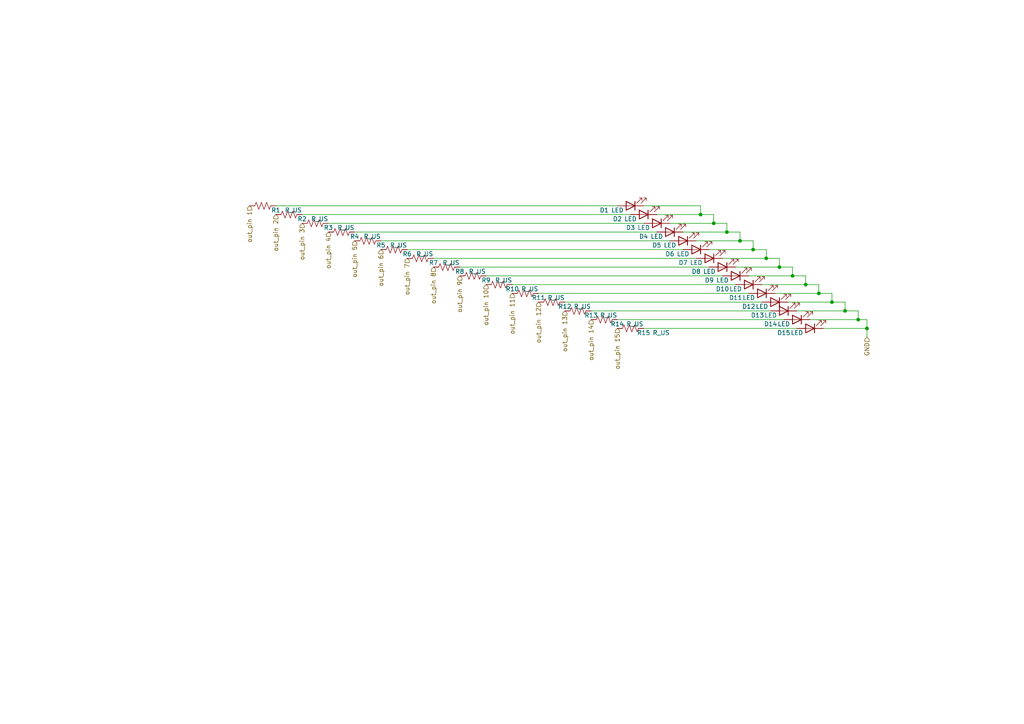
<source format=kicad_sch>
(kicad_sch (version 20230121) (generator eeschema)
  (paper "A4")
  (lib_symbols
    (symbol "Device:LED" (pin_numbers hide) (pin_names (offset 1.016) hide)
      (property "Reference" "D" (at 0 2.54 0))
      (property "Value" "LED" (at 0 -2.54 0))
      (symbol "LED_0_1"
        (polyline (pts (xy -1.27 -1.27) (xy -1.27 1.27)) (stroke (width 0.254)))
        (polyline (pts (xy -1.27 0) (xy 1.27 0)))
        (polyline (pts (xy 1.27 -1.27) (xy 1.27 1.27) (xy -1.27 0) (xy 1.27 -1.27)) (stroke (width 0.254)))
        (polyline (pts (xy -3.048 -0.762) (xy -4.572 -2.286) (xy -3.81 -2.286) (xy -4.572 -2.286) (xy -4.572 -1.524)))
        (polyline (pts (xy -1.778 -0.762) (xy -3.302 -2.286) (xy -2.54 -2.286) (xy -3.302 -2.286) (xy -3.302 -1.524)))
      )
      (symbol "LED_1_1"
        (pin passive line (at -3.81 0 0) (length 2.54) (name "K") (number "1"))
        (pin passive line (at 3.81 0 180) (length 2.54) (name "A") (number "2"))
      )
    )
    (symbol "Device:R_US" (pin_numbers hide) (pin_names (offset 0))
      (property "Reference" "R" (at 2.54 0 90))
      (property "Value" "R_US" (at -2.54 0 90))
      (symbol "R_US_0_1"
        (polyline (pts (xy 0 -2.286) (xy 0 -2.54)))
        (polyline (pts (xy 0 2.286) (xy 0 2.54)))
        (polyline (pts (xy 0 -0.762) (xy 1.016 -1.143) (xy 0 -1.524) (xy -1.016 -1.905) (xy 0 -2.286)))
        (polyline (pts (xy 0 0.762) (xy 1.016 0.381) (xy 0 0) (xy -1.016 -0.381) (xy 0 -0.762)))
        (polyline (pts (xy 0 2.286) (xy 1.016 1.905) (xy 0 1.524) (xy -1.016 1.143) (xy 0 0.762)))
      )
      (symbol "R_US_1_1"
        (pin passive line (at 0 3.81 270) (length 1.27) (name "~") (number "1"))
        (pin passive line (at 0 -3.81 90) (length 1.27) (name "~") (number "2"))
      )
    )
  )
  (junction (at 207.01 64.77))
  (junction (at 245.11 90.17))
  (junction (at 218.44 72.39))
  (junction (at 214.63 69.85))
  (junction (at 226.06 77.47))
  (junction (at 241.3 87.63))
  (junction (at 210.82 67.31))
  (junction (at 237.49 85.09))
  (junction (at 222.25 74.93))
  (junction (at 229.87 80.01))
  (junction (at 203.2 62.23))
  (junction (at 251.46 95.25))
  (junction (at 248.92 92.71))
  (junction (at 233.68 82.55))
  (wire (pts (xy 222.25 72.39) (xy 218.44 72.39)))
  (wire (pts (xy 95.25 64.77) (xy 186.69 64.77)))
  (wire (pts (xy 226.06 74.93) (xy 226.06 77.47)))
  (wire (pts (xy 248.92 90.17) (xy 245.11 90.17)))
  (wire (pts (xy 245.11 87.63) (xy 245.11 90.17)))
  (wire (pts (xy 87.63 62.23) (xy 182.88 62.23)))
  (wire (pts (xy 190.5 62.23) (xy 203.2 62.23)))
  (wire (pts (xy 148.59 82.55) (xy 213.36 82.55)))
  (wire (pts (xy 186.69 59.69) (xy 203.2 59.69)))
  (wire (pts (xy 207.01 62.23) (xy 207.01 64.77)))
  (wire (pts (xy 194.31 64.77) (xy 207.01 64.77)))
  (wire (pts (xy 220.98 82.55) (xy 233.68 82.55)))
  (wire (pts (xy 222.25 72.39) (xy 222.25 74.93)))
  (wire (pts (xy 241.3 85.09) (xy 241.3 87.63)))
  (wire (pts (xy 233.68 82.55) (xy 237.49 82.55)))
  (wire (pts (xy 228.6 87.63) (xy 241.3 87.63)))
  (wire (pts (xy 231.14 90.17) (xy 245.11 90.17)))
  (wire (pts (xy 238.76 95.25) (xy 251.46 95.25)))
  (wire (pts (xy 217.17 80.01) (xy 229.87 80.01)))
  (wire (pts (xy 218.44 69.85) (xy 214.63 69.85)))
  (wire (pts (xy 237.49 82.55) (xy 237.49 85.09)))
  (wire (pts (xy 207.01 62.23) (xy 203.2 62.23)))
  (wire (pts (xy 205.74 72.39) (xy 218.44 72.39)))
  (wire (pts (xy 125.73 74.93) (xy 201.93 74.93)))
  (wire (pts (xy 179.07 92.71) (xy 227.33 92.71)))
  (wire (pts (xy 140.97 80.01) (xy 209.55 80.01)))
  (wire (pts (xy 251.46 95.25) (xy 251.46 97.79)))
  (wire (pts (xy 233.68 80.01) (xy 229.87 80.01)))
  (wire (pts (xy 210.82 64.77) (xy 207.01 64.77)))
  (wire (pts (xy 218.44 69.85) (xy 218.44 72.39)))
  (wire (pts (xy 80.01 59.69) (xy 179.07 59.69)))
  (wire (pts (xy 245.11 87.63) (xy 241.3 87.63)))
  (wire (pts (xy 118.11 72.39) (xy 198.12 72.39)))
  (wire (pts (xy 214.63 67.31) (xy 214.63 69.85)))
  (wire (pts (xy 201.93 69.85) (xy 214.63 69.85)))
  (wire (pts (xy 234.95 92.71) (xy 248.92 92.71)))
  (wire (pts (xy 163.83 87.63) (xy 220.98 87.63)))
  (wire (pts (xy 241.3 85.09) (xy 237.49 85.09)))
  (wire (pts (xy 248.92 90.17) (xy 248.92 92.71)))
  (wire (pts (xy 251.46 92.71) (xy 248.92 92.71)))
  (wire (pts (xy 110.49 69.85) (xy 194.31 69.85)))
  (wire (pts (xy 224.79 85.09) (xy 237.49 85.09)))
  (wire (pts (xy 214.63 67.31) (xy 210.82 67.31)))
  (wire (pts (xy 186.69 95.25) (xy 231.14 95.25)))
  (wire (pts (xy 156.21 85.09) (xy 217.17 85.09)))
  (wire (pts (xy 209.55 74.93) (xy 222.25 74.93)))
  (wire (pts (xy 133.35 77.47) (xy 205.74 77.47)))
  (wire (pts (xy 233.68 80.01) (xy 233.68 82.55)))
  (wire (pts (xy 213.36 77.47) (xy 226.06 77.47)))
  (wire (pts (xy 229.87 77.47) (xy 226.06 77.47)))
  (wire (pts (xy 198.12 67.31) (xy 210.82 67.31)))
  (wire (pts (xy 251.46 92.71) (xy 251.46 95.25)))
  (wire (pts (xy 229.87 77.47) (xy 229.87 80.01)))
  (wire (pts (xy 171.45 90.17) (xy 223.52 90.17)))
  (wire (pts (xy 210.82 64.77) (xy 210.82 67.31)))
  (wire (pts (xy 102.87 67.31) (xy 190.5 67.31)))
  (wire (pts (xy 203.2 59.69) (xy 203.2 62.23)))
  (wire (pts (xy 226.06 74.93) (xy 222.25 74.93)))
  (hierarchical_label "out_pin 9" (shape input) (at 133.35 80.01 270))
  (hierarchical_label "out_pin 10" (shape input) (at 140.97 82.55 270))
  (hierarchical_label "out_pin 6" (shape input) (at 110.49 72.39 270))
  (hierarchical_label "GND" (shape input) (at 251.46 97.79 270))
  (hierarchical_label "out_pin 8" (shape input) (at 125.73 77.47 270))
  (hierarchical_label "out_pin 5" (shape input) (at 102.87 69.85 270))
  (hierarchical_label "out_pin 11" (shape input) (at 148.59 85.09 270))
  (hierarchical_label "out_pin 4" (shape input) (at 95.25 67.31 270))
  (hierarchical_label "out_pin 12" (shape input) (at 156.21 87.63 270))
  (hierarchical_label "out_pin 7" (shape input) (at 118.11 74.93 270))
  (hierarchical_label "out_pin 15" (shape input) (at 179.07 95.25 270))
  (hierarchical_label "out_pin 3" (shape input) (at 87.63 64.77 270))
  (hierarchical_label "out_pin 13" (shape input) (at 163.83 90.17 270))
  (hierarchical_label "out_pin 2" (shape input) (at 80.01 62.23 270))
  (hierarchical_label "out_pin 14" (shape input) (at 171.45 92.71 270))
  (hierarchical_label "out_pin 1" (shape input) (at 72.39 59.69 270))
  (symbol (lib_id "Device:LED") (at 201.93 72.39 180) (unit 1)
    (property "Reference" "D6" (at 194.31 73.66 0))
    (property "Value" "LED" (at 198.12 73.66 0))
    (property "Footprint" "LED_THT:LED_D3.0mm" (effects hide))
  )
  (symbol (lib_id "Device:R_US") (at 121.92 74.93 90) (unit 1)
    (property "Reference" "R7" (at 125.73 76.2 90))
    (property "Value" "R_US" (at 130.81 76.2 90))
    (property "Footprint" "Resistor_THT:R_Axial_DIN0207_L6.3mm_D2.5mm_P10.16mm_Horizontal" (effects hide))
    (instances (project "4-bit-array-decoder" (path "" (reference "R7") (unit 1))) (project "ROSE-PILK_v1" (path "" (reference "R19") (unit 1))))
  )
  (symbol (lib_id "Device:LED") (at 213.36 80.01 180) (unit 1)
    (property "Reference" "D9" (at 205.74 81.28 0))
    (property "Value" "LED" (at 209.55 81.28 0))
    (property "Footprint" "LED_THT:LED_D3.0mm" (effects hide))
  )
  (symbol (lib_id "Device:R_US") (at 91.44 64.77 90) (unit 1)
    (property "Reference" "R3" (at 95.25 66.04 90))
    (property "Value" "R_US" (at 100.33 66.04 90))
    (property "Footprint" "Resistor_THT:R_Axial_DIN0207_L6.3mm_D2.5mm_P10.16mm_Horizontal" (effects hide))
    (instances (project "4-bit-array-decoder" (path "" (reference "R3") (unit 1))) (project "ROSE-PILK_v1" (path "" (reference "R15") (unit 1))))
  )
  (symbol (lib_id "Device:R_US") (at 106.68 69.85 90) (unit 1)
    (property "Reference" "R5" (at 110.49 71.12 90))
    (property "Value" "R_US" (at 115.57 71.12 90))
    (property "Footprint" "Resistor_THT:R_Axial_DIN0207_L6.3mm_D2.5mm_P10.16mm_Horizontal" (effects hide))
    (instances (project "4-bit-array-decoder" (path "" (reference "R5") (unit 1))) (project "ROSE-PILK_v1" (path "" (reference "R17") (unit 1))))
  )
  (symbol (lib_id "Device:R_US") (at 129.54 77.47 90) (unit 1)
    (property "Reference" "R8" (at 133.35 78.74 90))
    (property "Value" "R_US" (at 138.43 78.74 90))
    (property "Footprint" "Resistor_THT:R_Axial_DIN0207_L6.3mm_D2.5mm_P10.16mm_Horizontal" (effects hide))
    (instances (project "4-bit-array-decoder" (path "" (reference "R8") (unit 1))) (project "ROSE-PILK_v1" (path "" (reference "R20") (unit 1))))
  )
  (symbol (lib_id "Device:LED") (at 205.74 74.93 180) (unit 1)
    (property "Reference" "D7" (at 198.12 76.2 0))
    (property "Value" "LED" (at 201.93 76.2 0))
    (property "Footprint" "LED_THT:LED_D3.0mm" (effects hide))
  )
  (symbol (lib_id "Device:R_US") (at 175.26 92.71 90) (unit 1)
    (property "Reference" "R14" (at 179.07 93.98 90))
    (property "Value" "R_US" (at 184.15 93.98 90))
    (property "Footprint" "Resistor_THT:R_Axial_DIN0207_L6.3mm_D2.5mm_P10.16mm_Horizontal" (effects hide))
    (instances (project "4-bit-array-decoder" (path "" (reference "R14") (unit 1))) (project "ROSE-PILK_v1" (path "" (reference "R26") (unit 1))))
  )
  (symbol (lib_id "Device:R_US") (at 137.16 80.01 90) (unit 1)
    (property "Reference" "R9" (at 140.97 81.28 90))
    (property "Value" "R_US" (at 146.05 81.28 90))
    (property "Footprint" "Resistor_THT:R_Axial_DIN0207_L6.3mm_D2.5mm_P10.16mm_Horizontal" (effects hide))
    (instances (project "4-bit-array-decoder" (path "" (reference "R9") (unit 1))) (project "ROSE-PILK_v1" (path "" (reference "R21") (unit 1))))
  )
  (symbol (lib_id "Device:R_US") (at 152.4 85.09 90) (unit 1)
    (property "Reference" "R11" (at 156.21 86.36 90))
    (property "Value" "R_US" (at 161.29 86.36 90))
    (property "Footprint" "Resistor_THT:R_Axial_DIN0207_L6.3mm_D2.5mm_P10.16mm_Horizontal" (effects hide))
    (instances (project "4-bit-array-decoder" (path "" (reference "R11") (unit 1))) (project "ROSE-PILK_v1" (path "" (reference "R23") (unit 1))))
  )
  (symbol (lib_id "Device:R_US") (at 182.88 95.25 90) (unit 1)
    (property "Reference" "R15" (at 186.69 96.52 90))
    (property "Value" "R_US" (at 191.77 96.52 90))
    (property "Footprint" "Resistor_THT:R_Axial_DIN0207_L6.3mm_D2.5mm_P10.16mm_Horizontal" (effects hide))
    (instances (project "4-bit-array-decoder" (path "" (reference "R15") (unit 1))) (project "ROSE-PILK_v1" (path "" (reference "R27") (unit 1))))
  )
  (symbol (lib_id "Device:LED") (at 209.55 77.47 180) (unit 1)
    (property "Reference" "D8" (at 201.93 78.74 0))
    (property "Value" "LED" (at 205.74 78.74 0))
    (property "Footprint" "LED_THT:LED_D3.0mm" (effects hide))
  )
  (symbol (lib_id "Device:LED") (at 198.12 69.85 180) (unit 1)
    (property "Reference" "D5" (at 190.5 71.12 0))
    (property "Value" "LED" (at 194.31 71.12 0))
    (property "Footprint" "LED_THT:LED_D3.0mm" (effects hide))
  )
  (symbol (lib_id "Device:LED") (at 227.33 90.17 180) (unit 1)
    (property "Reference" "D13" (at 219.71 91.44 0))
    (property "Value" "LED" (at 223.52 91.44 0))
    (property "Footprint" "LED_THT:LED_D3.0mm" (effects hide))
  )
  (symbol (lib_id "Device:LED") (at 186.69 62.23 180) (unit 1)
    (property "Reference" "D2" (at 179.07 63.5 0))
    (property "Value" "LED" (at 182.88 63.5 0))
    (property "Footprint" "LED_THT:LED_D3.0mm" (effects hide))
  )
  (symbol (lib_id "Device:LED") (at 190.5 64.77 180) (unit 1)
    (property "Reference" "D3" (at 182.88 66.04 0))
    (property "Value" "LED" (at 186.69 66.04 0))
    (property "Footprint" "LED_THT:LED_D3.0mm" (effects hide))
  )
  (symbol (lib_id "Device:LED") (at 234.95 95.25 180) (unit 1)
    (property "Reference" "D15" (at 227.33 96.52 0))
    (property "Value" "LED" (at 231.14 96.52 0))
    (property "Footprint" "LED_THT:LED_D3.0mm" (effects hide))
  )
  (symbol (lib_id "Device:R_US") (at 144.78 82.55 90) (unit 1)
    (property "Reference" "R10" (at 148.59 83.82 90))
    (property "Value" "R_US" (at 153.67 83.82 90))
    (property "Footprint" "Resistor_THT:R_Axial_DIN0207_L6.3mm_D2.5mm_P10.16mm_Horizontal" (effects hide))
    (instances (project "4-bit-array-decoder" (path "" (reference "R10") (unit 1))) (project "ROSE-PILK_v1" (path "" (reference "R22") (unit 1))))
  )
  (symbol (lib_id "Device:LED") (at 217.17 82.55 180) (unit 1)
    (property "Reference" "D10" (at 209.55 83.82 0))
    (property "Value" "LED" (at 213.36 83.82 0))
    (property "Footprint" "LED_THT:LED_D3.0mm" (effects hide))
  )
  (symbol (lib_id "Device:LED") (at 231.14 92.71 180) (unit 1)
    (property "Reference" "D14" (at 223.52 93.98 0))
    (property "Value" "LED" (at 227.33 93.98 0))
    (property "Footprint" "LED_THT:LED_D3.0mm" (effects hide))
  )
  (symbol (lib_id "Device:LED") (at 220.98 85.09 180) (unit 1)
    (property "Reference" "D11" (at 213.36 86.36 0))
    (property "Value" "LED" (at 217.17 86.36 0))
    (property "Footprint" "LED_THT:LED_D3.0mm" (effects hide))
  )
  (symbol (lib_id "Device:R_US") (at 76.2 59.69 90) (unit 1)
    (property "Reference" "R1" (at 80.01 60.96 90))
    (property "Value" "R_US" (at 85.09 60.96 90))
    (property "Footprint" "Resistor_THT:R_Axial_DIN0207_L6.3mm_D2.5mm_P10.16mm_Horizontal" (effects hide))
    (instances (project "4-bit-array-decoder" (path "" (reference "R1") (unit 1))) (project "ROSE-PILK_v1" (path "" (reference "R13") (unit 1))))
  )
  (symbol (lib_id "Device:LED") (at 224.79 87.63 180) (unit 1)
    (property "Reference" "D12" (at 217.17 88.9 0))
    (property "Value" "LED" (at 220.98 88.9 0))
    (property "Footprint" "LED_THT:LED_D3.0mm" (effects hide))
  )
  (symbol (lib_id "Device:R_US") (at 167.64 90.17 90) (unit 1)
    (property "Reference" "R13" (at 171.45 91.44 90))
    (property "Value" "R_US" (at 176.53 91.44 90))
    (property "Footprint" "Resistor_THT:R_Axial_DIN0207_L6.3mm_D2.5mm_P10.16mm_Horizontal" (effects hide))
    (instances (project "4-bit-array-decoder" (path "" (reference "R13") (unit 1))) (project "ROSE-PILK_v1" (path "" (reference "R25") (unit 1))))
  )
  (symbol (lib_id "Device:R_US") (at 114.3 72.39 90) (unit 1)
    (property "Reference" "R6" (at 118.11 73.66 90))
    (property "Value" "R_US" (at 123.19 73.66 90))
    (property "Footprint" "Resistor_THT:R_Axial_DIN0207_L6.3mm_D2.5mm_P10.16mm_Horizontal" (effects hide))
    (instances (project "4-bit-array-decoder" (path "" (reference "R6") (unit 1))) (project "ROSE-PILK_v1" (path "" (reference "R18") (unit 1))))
  )
  (symbol (lib_id "Device:LED") (at 182.88 59.69 180) (unit 1)
    (property "Reference" "D1" (at 175.26 60.96 0))
    (property "Value" "LED" (at 179.07 60.96 0))
    (property "Footprint" "LED_THT:LED_D3.0mm" (effects hide))
  )
  (symbol (lib_id "Device:R_US") (at 160.02 87.63 90) (unit 1)
    (property "Reference" "R12" (at 163.83 88.9 90))
    (property "Value" "R_US" (at 168.91 88.9 90))
    (property "Footprint" "Resistor_THT:R_Axial_DIN0207_L6.3mm_D2.5mm_P10.16mm_Horizontal" (effects hide))
    (instances (project "4-bit-array-decoder" (path "" (reference "R12") (unit 1))) (project "ROSE-PILK_v1" (path "" (reference "R24") (unit 1))))
  )
  (symbol (lib_id "Device:LED") (at 194.31 67.31 180) (unit 1)
    (property "Reference" "D4" (at 186.69 68.58 0))
    (property "Value" "LED" (at 190.5 68.58 0))
    (property "Footprint" "LED_THT:LED_D3.0mm" (effects hide))
  )
  (symbol (lib_id "Device:R_US") (at 99.06 67.31 90) (unit 1)
    (property "Reference" "R4" (at 102.87 68.58 90))
    (property "Value" "R_US" (at 107.95 68.58 90))
    (property "Footprint" "Resistor_THT:R_Axial_DIN0207_L6.3mm_D2.5mm_P10.16mm_Horizontal" (effects hide))
    (instances (project "4-bit-array-decoder" (path "" (reference "R4") (unit 1))) (project "ROSE-PILK_v1" (path "" (reference "R16") (unit 1))))
  )
  (symbol (lib_id "Device:R_US") (at 83.82 62.23 90) (unit 1)
    (property "Reference" "R2" (at 87.63 63.5 90))
    (property "Value" "R_US" (at 92.71 63.5 90))
    (property "Footprint" "Resistor_THT:R_Axial_DIN0207_L6.3mm_D2.5mm_P10.16mm_Horizontal" (effects hide))
    (instances (project "4-bit-array-decoder" (path "" (reference "R2") (unit 1))) (project "ROSE-PILK_v1" (path "" (reference "R14") (unit 1))))
  )
)
</source>
